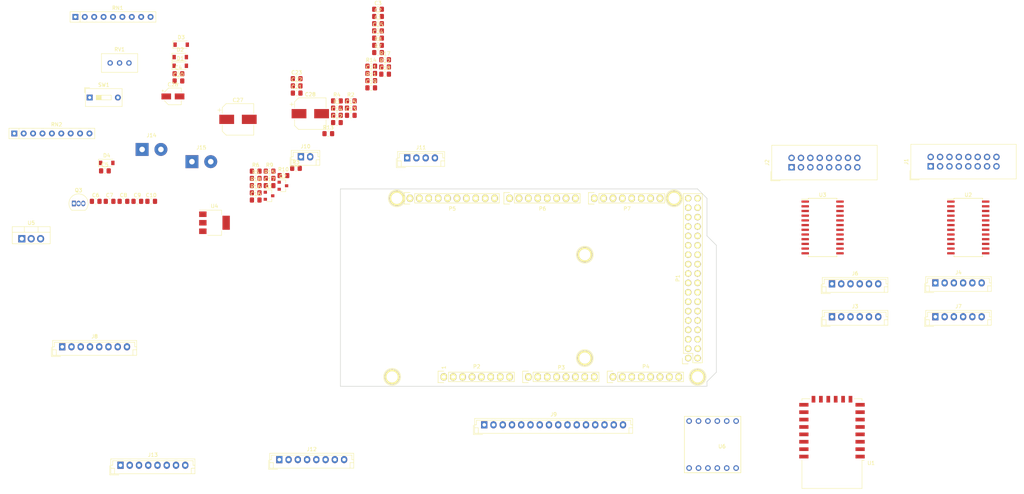
<source format=kicad_pcb>
(kicad_pcb (version 20171130) (host pcbnew "(5.0.0)")
  (title_block (date "mar. 31 mars 2015"))
  (layers (0 F.Cu signal) (31 B.Cu signal) (34 B.Paste user) (35 F.Paste user) (36 B.SilkS user) (37 F.SilkS user) (38 B.Mask user) (39 F.Mask user) (44 Edge.Cuts user))
  (net 0 "")
  (net 1 GND)
  (net 2 /Vin)
  (net 3 LV)
  (net 4 HV)
  (net 5 SW9)
  (net 6 SW10)
  (net 7 SW11)
  (net 8 SW12)
  (net 9 SW13)
  (net 10 SW14)
  (net 11 SW15)
  (net 12 SW16)
  (net 13 SET)
  (net 14 HOME)
  (net 15 SW1)
  (net 16 SW2)
  (net 17 SW3)
  (net 18 SW4)
  (net 19 SW5)
  (net 20 SW6)
  (net 21 SW7)
  (net 22 SW8)
  (net 23 BACK)
  (net 24 NEXT)
  (net 25 "Net-(C26-Pad1)")
  (net 26 "Net-(D2-Pad2)")
  (net 27 "Net-(D3-Pad2)")
  (net 28 1-R8)
  (net 29 1-R7)
  (net 30 1-R6)
  (net 31 1-R5)
  (net 32 1-R4)
  (net 33 1-R3)
  (net 34 1-R2)
  (net 35 1-R1)
  (net 36 1-C8)
  (net 37 1-C7)
  (net 38 1-C6)
  (net 39 1-C5)
  (net 40 1-C4)
  (net 41 1-C3)
  (net 42 1-C2)
  (net 43 1-C1)
  (net 44 2-C1)
  (net 45 2-C2)
  (net 46 2-C3)
  (net 47 2-C4)
  (net 48 2-C5)
  (net 49 2-C6)
  (net 50 2-C7)
  (net 51 2-C8)
  (net 52 2-R1)
  (net 53 2-R2)
  (net 54 2-R3)
  (net 55 2-R4)
  (net 56 2-R5)
  (net 57 2-R6)
  (net 58 2-R7)
  (net 59 2-R8)
  (net 60 SCK)
  (net 61 SC1)
  (net 62 DIN)
  (net 63 SC2)
  (net 64 SC3)
  (net 65 SC4)
  (net 66 RS)
  (net 67 RW)
  (net 68 EN)
  (net 69 D4)
  (net 70 D5)
  (net 71 D6)
  (net 72 D7)
  (net 73 "Net-(J9-Pad15)")
  (net 74 "Net-(J10-Pad2)")
  (net 75 SCL)
  (net 76 SDA)
  (net 77 RESET_ESP)
  (net 78 CLK_M)
  (net 79 DIN_M)
  (net 80 SC_M)
  (net 81 BUZZER)
  (net 82 RX5V)
  (net 83 TX5V)
  (net 84 TX3.3V)
  (net 85 RX3.3V)
  (net 86 "Net-(Q3-Pad3)")
  (net 87 "Net-(R1-Pad2)")
  (net 88 "Net-(R2-Pad1)")
  (net 89 "Net-(R4-Pad2)")
  (net 90 "Net-(R5-Pad2)")
  (net 91 "Net-(R6-Pad2)")
  (net 92 "Net-(R7-Pad2)")
  (net 93 "Net-(R8-Pad2)")
  (net 94 "Net-(U2-Pad24)")
  (module Socket_Arduino_Mega:Socket_Strip_Arduino_2x18 (layer F.Cu) (at 197.358 114.046 90)
    (fp_text reference P1 (at 21.59 -2.794 90) (layer F.SilkS))
    (fp_text value Digital)
    (pad 1 thru_hole circle (at 0 0 90) (size 1.7272 1.7272) (drill 1.016) (layers *.Cu *.Mask F.SilkS) (net 1 GND))
    (pad 2 thru_hole oval (at 0 2.54 90) (size 1.7272 1.7272) (drill 1.016) (layers *.Cu *.Mask F.SilkS) (net 1 GND))
    (pad 3 thru_hole oval (at 2.54 0 90) (size 1.7272 1.7272) (drill 1.016) (layers *.Cu *.Mask F.SilkS))
    (pad 4 thru_hole oval (at 2.54 2.54 90) (size 1.7272 1.7272) (drill 1.016) (layers *.Cu *.Mask F.SilkS))
    (pad 5 thru_hole oval (at 5.08 0 90) (size 1.7272 1.7272) (drill 1.016) (layers *.Cu *.Mask F.SilkS))
    (pad 6 thru_hole oval (at 5.08 2.54 90) (size 1.7272 1.7272) (drill 1.016) (layers *.Cu *.Mask F.SilkS))
    (pad 7 thru_hole oval (at 7.62 0 90) (size 1.7272 1.7272) (drill 1.016) (layers *.Cu *.Mask F.SilkS))
    (pad 8 thru_hole oval (at 7.62 2.54 90) (size 1.7272 1.7272) (drill 1.016) (layers *.Cu *.Mask F.SilkS))
    (pad 9 thru_hole oval (at 10.16 0 90) (size 1.7272 1.7272) (drill 1.016) (layers *.Cu *.Mask F.SilkS) (net 12 SW16))
    (pad 10 thru_hole oval (at 10.16 2.54 90) (size 1.7272 1.7272) (drill 1.016) (layers *.Cu *.Mask F.SilkS) (net 77 RESET_ESP))
    (pad 11 thru_hole oval (at 12.7 0 90) (size 1.7272 1.7272) (drill 1.016) (layers *.Cu *.Mask F.SilkS) (net 10 SW14))
    (pad 12 thru_hole oval (at 12.7 2.54 90) (size 1.7272 1.7272) (drill 1.016) (layers *.Cu *.Mask F.SilkS) (net 11 SW15))
    (pad 13 thru_hole oval (at 15.24 0 90) (size 1.7272 1.7272) (drill 1.016) (layers *.Cu *.Mask F.SilkS) (net 8 SW12))
    (pad 14 thru_hole oval (at 15.24 2.54 90) (size 1.7272 1.7272) (drill 1.016) (layers *.Cu *.Mask F.SilkS) (net 9 SW13))
    (pad 15 thru_hole oval (at 17.78 0 90) (size 1.7272 1.7272) (drill 1.016) (layers *.Cu *.Mask F.SilkS) (net 6 SW10))
    (pad 16 thru_hole oval (at 17.78 2.54 90) (size 1.7272 1.7272) (drill 1.016) (layers *.Cu *.Mask F.SilkS) (net 7 SW11))
    (pad 17 thru_hole oval (at 20.32 0 90) (size 1.7272 1.7272) (drill 1.016) (layers *.Cu *.Mask F.SilkS) (net 22 SW8))
    (pad 18 thru_hole oval (at 20.32 2.54 90) (size 1.7272 1.7272) (drill 1.016) (layers *.Cu *.Mask F.SilkS) (net 5 SW9))
    (pad 19 thru_hole oval (at 22.86 0 90) (size 1.7272 1.7272) (drill 1.016) (layers *.Cu *.Mask F.SilkS) (net 20 SW6))
    (pad 20 thru_hole oval (at 22.86 2.54 90) (size 1.7272 1.7272) (drill 1.016) (layers *.Cu *.Mask F.SilkS) (net 21 SW7))
    (pad 21 thru_hole oval (at 25.4 0 90) (size 1.7272 1.7272) (drill 1.016) (layers *.Cu *.Mask F.SilkS) (net 18 SW4))
    (pad 22 thru_hole oval (at 25.4 2.54 90) (size 1.7272 1.7272) (drill 1.016) (layers *.Cu *.Mask F.SilkS) (net 19 SW5))
    (pad 23 thru_hole oval (at 27.94 0 90) (size 1.7272 1.7272) (drill 1.016) (layers *.Cu *.Mask F.SilkS) (net 16 SW2))
    (pad 24 thru_hole oval (at 27.94 2.54 90) (size 1.7272 1.7272) (drill 1.016) (layers *.Cu *.Mask F.SilkS) (net 17 SW3))
    (pad 25 thru_hole oval (at 30.48 0 90) (size 1.7272 1.7272) (drill 1.016) (layers *.Cu *.Mask F.SilkS) (net 65 SC4))
    (pad 26 thru_hole oval (at 30.48 2.54 90) (size 1.7272 1.7272) (drill 1.016) (layers *.Cu *.Mask F.SilkS) (net 15 SW1))
    (pad 27 thru_hole oval (at 33.02 0 90) (size 1.7272 1.7272) (drill 1.016) (layers *.Cu *.Mask F.SilkS) (net 63 SC2))
    (pad 28 thru_hole oval (at 33.02 2.54 90) (size 1.7272 1.7272) (drill 1.016) (layers *.Cu *.Mask F.SilkS) (net 64 SC3))
    (pad 29 thru_hole oval (at 35.56 0 90) (size 1.7272 1.7272) (drill 1.016) (layers *.Cu *.Mask F.SilkS) (net 60 SCK))
    (pad 30 thru_hole oval (at 35.56 2.54 90) (size 1.7272 1.7272) (drill 1.016) (layers *.Cu *.Mask F.SilkS) (net 61 SC1))
    (pad 31 thru_hole oval (at 38.1 0 90) (size 1.7272 1.7272) (drill 1.016) (layers *.Cu *.Mask F.SilkS) (net 78 CLK_M))
    (pad 32 thru_hole oval (at 38.1 2.54 90) (size 1.7272 1.7272) (drill 1.016) (layers *.Cu *.Mask F.SilkS) (net 62 DIN))
    (pad 33 thru_hole oval (at 40.64 0 90) (size 1.7272 1.7272) (drill 1.016) (layers *.Cu *.Mask F.SilkS) (net 79 DIN_M))
    (pad 34 thru_hole oval (at 40.64 2.54 90) (size 1.7272 1.7272) (drill 1.016) (layers *.Cu *.Mask F.SilkS) (net 80 SC_M))
    (pad 35 thru_hole oval (at 43.18 0 90) (size 1.7272 1.7272) (drill 1.016) (layers *.Cu *.Mask F.SilkS) (net 4 HV))
    (pad 36 thru_hole oval (at 43.18 2.54 90) (size 1.7272 1.7272) (drill 1.016) (layers *.Cu *.Mask F.SilkS) (net 4 HV))
  )
  (module Socket_Arduino_Mega:Socket_Strip_Arduino_1x08 (layer F.Cu) (at 131.318 119.126)
    (fp_text reference P2 (at 8.89 -2.794) (layer F.SilkS))
    (fp_text value Power)
    (pad 1 thru_hole oval (at 0 0) (size 1.7272 2.032) (drill 1.016) (layers *.Cu *.Mask F.SilkS))
    (pad 2 thru_hole oval (at 2.54 0) (size 1.7272 2.032) (drill 1.016) (layers *.Cu *.Mask F.SilkS))
    (pad 3 thru_hole oval (at 5.08 0) (size 1.7272 2.032) (drill 1.016) (layers *.Cu *.Mask F.SilkS))
    (pad 4 thru_hole oval (at 7.62 0) (size 1.7272 2.032) (drill 1.016) (layers *.Cu *.Mask F.SilkS) (net 3 LV))
    (pad 5 thru_hole oval (at 10.16 0) (size 1.7272 2.032) (drill 1.016) (layers *.Cu *.Mask F.SilkS) (net 4 HV))
    (pad 6 thru_hole oval (at 12.7 0) (size 1.7272 2.032) (drill 1.016) (layers *.Cu *.Mask F.SilkS) (net 1 GND))
    (pad 7 thru_hole oval (at 15.24 0) (size 1.7272 2.032) (drill 1.016) (layers *.Cu *.Mask F.SilkS) (net 1 GND))
    (pad 8 thru_hole oval (at 17.78 0) (size 1.7272 2.032) (drill 1.016) (layers *.Cu *.Mask F.SilkS) (net 2 /Vin))
  )
  (module Socket_Arduino_Mega:Socket_Strip_Arduino_1x08 (layer F.Cu) (at 154.178 119.126)
    (fp_text reference P3 (at 8.89 -2.54) (layer F.SilkS))
    (fp_text value Analog)
    (pad 1 thru_hole oval (at 0 0) (size 1.7272 2.032) (drill 1.016) (layers *.Cu *.Mask F.SilkS) (net 66 RS))
    (pad 2 thru_hole oval (at 2.54 0) (size 1.7272 2.032) (drill 1.016) (layers *.Cu *.Mask F.SilkS) (net 67 RW))
    (pad 3 thru_hole oval (at 5.08 0) (size 1.7272 2.032) (drill 1.016) (layers *.Cu *.Mask F.SilkS) (net 68 EN))
    (pad 4 thru_hole oval (at 7.62 0) (size 1.7272 2.032) (drill 1.016) (layers *.Cu *.Mask F.SilkS) (net 69 D4))
    (pad 5 thru_hole oval (at 10.16 0) (size 1.7272 2.032) (drill 1.016) (layers *.Cu *.Mask F.SilkS) (net 70 D5))
    (pad 6 thru_hole oval (at 12.7 0) (size 1.7272 2.032) (drill 1.016) (layers *.Cu *.Mask F.SilkS) (net 71 D6))
    (pad 7 thru_hole oval (at 15.24 0) (size 1.7272 2.032) (drill 1.016) (layers *.Cu *.Mask F.SilkS) (net 72 D7))
    (pad 8 thru_hole oval (at 17.78 0) (size 1.7272 2.032) (drill 1.016) (layers *.Cu *.Mask F.SilkS))
  )
  (module Socket_Arduino_Mega:Socket_Strip_Arduino_1x08 (layer F.Cu) (at 177.038 119.126)
    (fp_text reference P4 (at 8.89 -2.794) (layer F.SilkS))
    (fp_text value Analog)
    (pad 1 thru_hole oval (at 0 0) (size 1.7272 2.032) (drill 1.016) (layers *.Cu *.Mask F.SilkS))
    (pad 2 thru_hole oval (at 2.54 0) (size 1.7272 2.032) (drill 1.016) (layers *.Cu *.Mask F.SilkS))
    (pad 3 thru_hole oval (at 5.08 0) (size 1.7272 2.032) (drill 1.016) (layers *.Cu *.Mask F.SilkS))
    (pad 4 thru_hole oval (at 7.62 0) (size 1.7272 2.032) (drill 1.016) (layers *.Cu *.Mask F.SilkS))
    (pad 5 thru_hole oval (at 10.16 0) (size 1.7272 2.032) (drill 1.016) (layers *.Cu *.Mask F.SilkS))
    (pad 6 thru_hole oval (at 12.7 0) (size 1.7272 2.032) (drill 1.016) (layers *.Cu *.Mask F.SilkS))
    (pad 7 thru_hole oval (at 15.24 0) (size 1.7272 2.032) (drill 1.016) (layers *.Cu *.Mask F.SilkS))
    (pad 8 thru_hole oval (at 17.78 0) (size 1.7272 2.032) (drill 1.016) (layers *.Cu *.Mask F.SilkS))
  )
  (module Socket_Arduino_Mega:Socket_Strip_Arduino_1x10 (layer F.Cu) (at 122.174 70.866)
    (fp_text reference P5 (at 11.43 2.794) (layer F.SilkS))
    (fp_text value PWM)
    (pad 1 thru_hole oval (at 0 0) (size 1.7272 2.032) (drill 1.016) (layers *.Cu *.Mask F.SilkS) (net 75 SCL))
    (pad 2 thru_hole oval (at 2.54 0) (size 1.7272 2.032) (drill 1.016) (layers *.Cu *.Mask F.SilkS) (net 76 SDA))
    (pad 3 thru_hole oval (at 5.08 0) (size 1.7272 2.032) (drill 1.016) (layers *.Cu *.Mask F.SilkS))
    (pad 4 thru_hole oval (at 7.62 0) (size 1.7272 2.032) (drill 1.016) (layers *.Cu *.Mask F.SilkS) (net 1 GND))
    (pad 5 thru_hole oval (at 10.16 0) (size 1.7272 2.032) (drill 1.016) (layers *.Cu *.Mask F.SilkS))
    (pad 6 thru_hole oval (at 12.7 0) (size 1.7272 2.032) (drill 1.016) (layers *.Cu *.Mask F.SilkS))
    (pad 7 thru_hole oval (at 15.24 0) (size 1.7272 2.032) (drill 1.016) (layers *.Cu *.Mask F.SilkS))
    (pad 8 thru_hole oval (at 17.78 0) (size 1.7272 2.032) (drill 1.016) (layers *.Cu *.Mask F.SilkS))
    (pad 9 thru_hole oval (at 20.32 0) (size 1.7272 2.032) (drill 1.016) (layers *.Cu *.Mask F.SilkS))
    (pad 10 thru_hole oval (at 22.86 0) (size 1.7272 2.032) (drill 1.016) (layers *.Cu *.Mask F.SilkS))
  )
  (module Socket_Arduino_Mega:Socket_Strip_Arduino_1x08 (layer F.Cu) (at 149.098 70.866)
    (fp_text reference P6 (at 8.89 2.794) (layer F.SilkS))
    (fp_text value PWM)
    (pad 1 thru_hole oval (at 0 0) (size 1.7272 2.032) (drill 1.016) (layers *.Cu *.Mask F.SilkS))
    (pad 2 thru_hole oval (at 2.54 0) (size 1.7272 2.032) (drill 1.016) (layers *.Cu *.Mask F.SilkS) (net 13 SET))
    (pad 3 thru_hole oval (at 5.08 0) (size 1.7272 2.032) (drill 1.016) (layers *.Cu *.Mask F.SilkS) (net 14 HOME))
    (pad 4 thru_hole oval (at 7.62 0) (size 1.7272 2.032) (drill 1.016) (layers *.Cu *.Mask F.SilkS) (net 23 BACK))
    (pad 5 thru_hole oval (at 10.16 0) (size 1.7272 2.032) (drill 1.016) (layers *.Cu *.Mask F.SilkS) (net 24 NEXT))
    (pad 6 thru_hole oval (at 12.7 0) (size 1.7272 2.032) (drill 1.016) (layers *.Cu *.Mask F.SilkS) (net 81 BUZZER))
    (pad 7 thru_hole oval (at 15.24 0) (size 1.7272 2.032) (drill 1.016) (layers *.Cu *.Mask F.SilkS))
    (pad 8 thru_hole oval (at 17.78 0) (size 1.7272 2.032) (drill 1.016) (layers *.Cu *.Mask F.SilkS))
  )
  (module Socket_Arduino_Mega:Socket_Strip_Arduino_1x08 (layer F.Cu) (at 171.958 70.866)
    (fp_text reference P7 (at 8.89 2.794) (layer F.SilkS))
    (fp_text value Communication)
    (pad 1 thru_hole oval (at 0 0) (size 1.7272 2.032) (drill 1.016) (layers *.Cu *.Mask F.SilkS))
    (pad 2 thru_hole oval (at 2.54 0) (size 1.7272 2.032) (drill 1.016) (layers *.Cu *.Mask F.SilkS))
    (pad 3 thru_hole oval (at 5.08 0) (size 1.7272 2.032) (drill 1.016) (layers *.Cu *.Mask F.SilkS))
    (pad 4 thru_hole oval (at 7.62 0) (size 1.7272 2.032) (drill 1.016) (layers *.Cu *.Mask F.SilkS))
    (pad 5 thru_hole oval (at 10.16 0) (size 1.7272 2.032) (drill 1.016) (layers *.Cu *.Mask F.SilkS) (net 82 RX5V))
    (pad 6 thru_hole oval (at 12.7 0) (size 1.7272 2.032) (drill 1.016) (layers *.Cu *.Mask F.SilkS) (net 83 TX5V))
    (pad 7 thru_hole oval (at 15.24 0) (size 1.7272 2.032) (drill 1.016) (layers *.Cu *.Mask F.SilkS))
    (pad 8 thru_hole oval (at 17.78 0) (size 1.7272 2.032) (drill 1.016) (layers *.Cu *.Mask F.SilkS))
  )
  (module Socket_Arduino_Mega:Arduino_1pin (layer F.Cu) (at 117.348 119.126)
    (fp_text reference P8 hide)
    (fp_text value CONN_01X01 hide)
    (pad 1 thru_hole circle (at 0 0) (size 4.064 4.064) (drill 3.048) (layers *.Cu *.Mask F.SilkS))
  )
  (module Socket_Arduino_Mega:Arduino_1pin (layer F.Cu) (at 169.418 114.046)
    (fp_text reference P9 hide)
    (fp_text value CONN_01X01 hide)
    (pad 1 thru_hole circle (at 0 0) (size 4.064 4.064) (drill 3.048) (layers *.Cu *.Mask F.SilkS))
  )
  (module Socket_Arduino_Mega:Arduino_1pin (layer F.Cu) (at 199.898 119.126)
    (fp_text reference P10 hide)
    (fp_text value CONN_01X01 hide)
    (pad 1 thru_hole circle (at 0 0) (size 4.064 4.064) (drill 3.048) (layers *.Cu *.Mask F.SilkS))
  )
  (module Socket_Arduino_Mega:Arduino_1pin (layer F.Cu) (at 118.618 70.866)
    (fp_text reference P11 hide)
    (fp_text value CONN_01X01 hide)
    (pad 1 thru_hole circle (at 0 0) (size 4.064 4.064) (drill 3.048) (layers *.Cu *.Mask F.SilkS))
  )
  (module Socket_Arduino_Mega:Arduino_1pin (layer F.Cu) (at 169.418 86.106)
    (fp_text reference P12 hide)
    (fp_text value CONN_01X01 hide)
    (pad 1 thru_hole circle (at 0 0) (size 4.064 4.064) (drill 3.048) (layers *.Cu *.Mask F.SilkS))
  )
  (module Socket_Arduino_Mega:Arduino_1pin (layer F.Cu) (at 193.548 70.866)
    (fp_text reference P13 hide)
    (fp_text value CONN_01X01 hide)
    (pad 1 thru_hole circle (at 0 0) (size 4.064 4.064) (drill 3.048) (layers *.Cu *.Mask F.SilkS))
  )
  (module RF_Module:ESP-12E (layer F.Cu) (at 236.22 137.16 180)
    (fp_text reference U1 (at -10.56 -5.26 180) (layer F.SilkS))
    (fp_text value ESP-12F)
    (pad 1 smd rect (at -7.6 -3.5 180) (size 2.5 1) (layers F.Cu F.Paste F.Mask) (net 87 "Net-(R1-Pad2)"))
    (pad 2 smd rect (at -7.6 -1.5 180) (size 2.5 1) (layers F.Cu F.Paste F.Mask))
    (pad 3 smd rect (at -7.6 0.5 180) (size 2.5 1) (layers F.Cu F.Paste F.Mask) (net 88 "Net-(R2-Pad1)"))
    (pad 4 smd rect (at -7.6 2.5 180) (size 2.5 1) (layers F.Cu F.Paste F.Mask))
    (pad 5 smd rect (at -7.6 4.5 180) (size 2.5 1) (layers F.Cu F.Paste F.Mask))
    (pad 6 smd rect (at -7.6 6.5 180) (size 2.5 1) (layers F.Cu F.Paste F.Mask))
    (pad 7 smd rect (at -7.6 8.5 180) (size 2.5 1) (layers F.Cu F.Paste F.Mask))
    (pad 8 smd rect (at -7.6 10.5 180) (size 2.5 1) (layers F.Cu F.Paste F.Mask) (net 3 LV))
    (pad 9 smd rect (at -5 12 180) (size 1 1.8) (layers F.Cu F.Paste F.Mask))
    (pad 10 smd rect (at -3 12 180) (size 1 1.8) (layers F.Cu F.Paste F.Mask))
    (pad 11 smd rect (at -1 12 180) (size 1 1.8) (layers F.Cu F.Paste F.Mask))
    (pad 12 smd rect (at 1 12 180) (size 1 1.8) (layers F.Cu F.Paste F.Mask))
    (pad 13 smd rect (at 3 12 180) (size 1 1.8) (layers F.Cu F.Paste F.Mask))
    (pad 14 smd rect (at 5 12 180) (size 1 1.8) (layers F.Cu F.Paste F.Mask))
    (pad 15 smd rect (at 7.6 10.5 180) (size 2.5 1) (layers F.Cu F.Paste F.Mask) (net 1 GND))
    (pad 16 smd rect (at 7.6 8.5 180) (size 2.5 1) (layers F.Cu F.Paste F.Mask) (net 90 "Net-(R5-Pad2)"))
    (pad 17 smd rect (at 7.6 6.5 180) (size 2.5 1) (layers F.Cu F.Paste F.Mask) (net 92 "Net-(R7-Pad2)"))
    (pad 18 smd rect (at 7.6 4.5 180) (size 2.5 1) (layers F.Cu F.Paste F.Mask) (net 91 "Net-(R6-Pad2)"))
    (pad 19 smd rect (at 7.6 2.5 180) (size 2.5 1) (layers F.Cu F.Paste F.Mask))
    (pad 20 smd rect (at 7.6 0.5 180) (size 2.5 1) (layers F.Cu F.Paste F.Mask))
    (pad 21 smd rect (at 7.6 -1.5 180) (size 2.5 1) (layers F.Cu F.Paste F.Mask) (net 85 RX3.3V))
    (pad 22 smd rect (at 7.6 -3.5 180) (size 2.5 1) (layers F.Cu F.Paste F.Mask) (net 84 TX3.3V))
  )
  (module Capacitor_SMD:C_0805_2012Metric_Pad1.15x1.40mm_HandSolder (layer F.Cu) (at 113.539001 23.671001)
    (fp_text reference C1 (at 0 -1.65) (layer F.SilkS))
    (fp_text value 100n)
    (pad 1 smd roundrect (at -1.025 0) (size 1.15 1.4) (layers F.Cu F.Paste F.Mask) (roundrect_rratio 0.217391) (net 1 GND))
    (pad 2 smd roundrect (at 1.025 0) (size 1.15 1.4) (layers F.Cu F.Paste F.Mask) (roundrect_rratio 0.217391) (net 3 LV))
  )
  (module Capacitor_SMD:C_0805_2012Metric_Pad1.15x1.40mm_HandSolder (layer F.Cu) (at 113.539001 21.721001)
    (fp_text reference C2 (at 0 -1.65) (layer F.SilkS))
    (fp_text value 100n)
    (pad 1 smd roundrect (at -1.025 0) (size 1.15 1.4) (layers F.Cu F.Paste F.Mask) (roundrect_rratio 0.217391) (net 3 LV))
    (pad 2 smd roundrect (at 1.025 0) (size 1.15 1.4) (layers F.Cu F.Paste F.Mask) (roundrect_rratio 0.217391) (net 1 GND))
  )
  (module Capacitor_SMD:C_0805_2012Metric_Pad1.15x1.40mm_HandSolder (layer F.Cu) (at 113.539001 19.771001)
    (fp_text reference C3 (at 0 -1.65) (layer F.SilkS))
    (fp_text value 100n)
    (pad 2 smd roundrect (at 1.025 0) (size 1.15 1.4) (layers F.Cu F.Paste F.Mask) (roundrect_rratio 0.217391) (net 4 HV))
    (pad 1 smd roundrect (at -1.025 0) (size 1.15 1.4) (layers F.Cu F.Paste F.Mask) (roundrect_rratio 0.217391) (net 1 GND))
  )
  (module Capacitor_SMD:C_0805_2012Metric_Pad1.15x1.40mm_HandSolder (layer F.Cu) (at 59.599001 37.201001)
    (fp_text reference C4 (at 0 -1.65) (layer F.SilkS))
    (fp_text value 100n)
    (pad 1 smd roundrect (at -1.025 0) (size 1.15 1.4) (layers F.Cu F.Paste F.Mask) (roundrect_rratio 0.217391) (net 1 GND))
    (pad 2 smd roundrect (at 1.025 0) (size 1.15 1.4) (layers F.Cu F.Paste F.Mask) (roundrect_rratio 0.217391) (net 4 HV))
  )
  (module Capacitor_SMD:C_0805_2012Metric_Pad1.15x1.40mm_HandSolder (layer F.Cu) (at 39.729001 63.451001)
    (fp_text reference C5 (at 0 -1.65) (layer F.SilkS))
    (fp_text value 100n)
    (pad 1 smd roundrect (at -1.025 0) (size 1.15 1.4) (layers F.Cu F.Paste F.Mask) (roundrect_rratio 0.217391) (net 5 SW9))
    (pad 2 smd roundrect (at 1.025 0) (size 1.15 1.4) (layers F.Cu F.Paste F.Mask) (roundrect_rratio 0.217391) (net 1 GND))
  )
  (module Capacitor_SMD:C_0805_2012Metric_Pad1.15x1.40mm_HandSolder (layer F.Cu) (at 37.239001 71.681001)
    (fp_text reference C6 (at 0 -1.65) (layer F.SilkS))
    (fp_text value 100n)
    (pad 1 smd roundrect (at -1.025 0) (size 1.15 1.4) (layers F.Cu F.Paste F.Mask) (roundrect_rratio 0.217391) (net 6 SW10))
    (pad 2 smd roundrect (at 1.025 0) (size 1.15 1.4) (layers F.Cu F.Paste F.Mask) (roundrect_rratio 0.217391) (net 1 GND))
  )
  (module Capacitor_SMD:C_0805_2012Metric_Pad1.15x1.40mm_HandSolder (layer F.Cu) (at 40.989001 71.681001)
    (fp_text reference C7 (at 0 -1.65) (layer F.SilkS))
    (fp_text value 100n)
    (pad 2 smd roundrect (at 1.025 0) (size 1.15 1.4) (layers F.Cu F.Paste F.Mask) (roundrect_rratio 0.217391) (net 1 GND))
    (pad 1 smd roundrect (at -1.025 0) (size 1.15 1.4) (layers F.Cu F.Paste F.Mask) (roundrect_rratio 0.217391) (net 7 SW11))
  )
  (module Capacitor_SMD:C_0805_2012Metric_Pad1.15x1.40mm_HandSolder (layer F.Cu) (at 44.739001 71.681001)
    (fp_text reference C8 (at 0 -1.65) (layer F.SilkS))
    (fp_text value 100n)
    (pad 1 smd roundrect (at -1.025 0) (size 1.15 1.4) (layers F.Cu F.Paste F.Mask) (roundrect_rratio 0.217391) (net 8 SW12))
    (pad 2 smd roundrect (at 1.025 0) (size 1.15 1.4) (layers F.Cu F.Paste F.Mask) (roundrect_rratio 0.217391) (net 1 GND))
  )
  (module Capacitor_SMD:C_0805_2012Metric_Pad1.15x1.40mm_HandSolder (layer F.Cu) (at 48.489001 71.681001)
    (fp_text reference C9 (at 0 -1.65) (layer F.SilkS))
    (fp_text value 100n)
    (pad 2 smd roundrect (at 1.025 0) (size 1.15 1.4) (layers F.Cu F.Paste F.Mask) (roundrect_rratio 0.217391) (net 1 GND))
    (pad 1 smd roundrect (at -1.025 0) (size 1.15 1.4) (layers F.Cu F.Paste F.Mask) (roundrect_rratio 0.217391) (net 9 SW13))
  )
  (module Capacitor_SMD:C_0805_2012Metric_Pad1.15x1.40mm_HandSolder (layer F.Cu) (at 52.239001 71.681001)
    (fp_text reference C10 (at 0 -1.65) (layer F.SilkS))
    (fp_text value 100n)
    (pad 1 smd roundrect (at -1.025 0) (size 1.15 1.4) (layers F.Cu F.Paste F.Mask) (roundrect_rratio 0.217391) (net 10 SW14))
    (pad 2 smd roundrect (at 1.025 0) (size 1.15 1.4) (layers F.Cu F.Paste F.Mask) (roundrect_rratio 0.217391) (net 1 GND))
  )
  (module Capacitor_SMD:C_0805_2012Metric_Pad1.15x1.40mm_HandSolder (layer F.Cu) (at 111.699001 37.111001)
    (fp_text reference C11 (at 0 -1.65) (layer F.SilkS))
    (fp_text value 100n)
    (pad 2 smd roundrect (at 1.025 0) (size 1.15 1.4) (layers F.Cu F.Paste F.Mask) (roundrect_rratio 0.217391) (net 1 GND))
    (pad 1 smd roundrect (at -1.025 0) (size 1.15 1.4) (layers F.Cu F.Paste F.Mask) (roundrect_rratio 0.217391) (net 11 SW15))
  )
  (module Capacitor_SMD:C_0805_2012Metric_Pad1.15x1.40mm_HandSolder (layer F.Cu) (at 102.429001 50.391001)
    (fp_text reference C12 (at 0 -1.65) (layer F.SilkS))
    (fp_text value 100n)
    (pad 1 smd roundrect (at -1.025 0) (size 1.15 1.4) (layers F.Cu F.Paste F.Mask) (roundrect_rratio 0.217391) (net 12 SW16))
    (pad 2 smd roundrect (at 1.025 0) (size 1.15 1.4) (layers F.Cu F.Paste F.Mask) (roundrect_rratio 0.217391) (net 1 GND))
  )
  (module Capacitor_SMD:C_0805_2012Metric_Pad1.15x1.40mm_HandSolder (layer F.Cu) (at 106.179001 48.441001)
    (fp_text reference C13 (at 0 -1.65) (layer F.SilkS))
    (fp_text value 100n)
    (pad 2 smd roundrect (at 1.025 0) (size 1.15 1.4) (layers F.Cu F.Paste F.Mask) (roundrect_rratio 0.217391) (net 1 GND))
    (pad 1 smd roundrect (at -1.025 0) (size 1.15 1.4) (layers F.Cu F.Paste F.Mask) (roundrect_rratio 0.217391) (net 13 SET))
  )
  (module Capacitor_SMD:C_0805_2012Metric_Pad1.15x1.40mm_HandSolder (layer F.Cu) (at 102.429001 48.441001)
    (fp_text reference C14 (at 0 -1.65) (layer F.SilkS))
    (fp_text value 100n)
    (pad 1 smd roundrect (at -1.025 0) (size 1.15 1.4) (layers F.Cu F.Paste F.Mask) (roundrect_rratio 0.217391) (net 14 HOME))
    (pad 2 smd roundrect (at 1.025 0) (size 1.15 1.4) (layers F.Cu F.Paste F.Mask) (roundrect_rratio 0.217391) (net 1 GND))
  )
  (module Capacitor_SMD:C_0805_2012Metric_Pad1.15x1.40mm_HandSolder (layer F.Cu) (at 106.179001 46.491001)
    (fp_text reference C15 (at 0 -1.65) (layer F.SilkS))
    (fp_text value 100n)
    (pad 2 smd roundrect (at 1.025 0) (size 1.15 1.4) (layers F.Cu F.Paste F.Mask) (roundrect_rratio 0.217391) (net 1 GND))
    (pad 1 smd roundrect (at -1.025 0) (size 1.15 1.4) (layers F.Cu F.Paste F.Mask) (roundrect_rratio 0.217391) (net 15 SW1))
  )
  (module Capacitor_SMD:C_0805_2012Metric_Pad1.15x1.40mm_HandSolder (layer F.Cu) (at 80.479001 71.331001)
    (fp_text reference C16 (at 0 -1.65) (layer F.SilkS))
    (fp_text value 100n)
    (pad 1 smd roundrect (at -1.025 0) (size 1.15 1.4) (layers F.Cu F.Paste F.Mask) (roundrect_rratio 0.217391) (net 16 SW2))
    (pad 2 smd roundrect (at 1.025 0) (size 1.15 1.4) (layers F.Cu F.Paste F.Mask) (roundrect_rratio 0.217391) (net 1 GND))
  )
  (module Capacitor_SMD:C_0805_2012Metric_Pad1.15x1.40mm_HandSolder (layer F.Cu) (at 84.229001 67.431001)
    (fp_text reference C17 (at 0 -1.65) (layer F.SilkS))
    (fp_text value 100n)
    (pad 2 smd roundrect (at 1.025 0) (size 1.15 1.4) (layers F.Cu F.Paste F.Mask) (roundrect_rratio 0.217391) (net 1 GND))
    (pad 1 smd roundrect (at -1.025 0) (size 1.15 1.4) (layers F.Cu F.Paste F.Mask) (roundrect_rratio 0.217391) (net 17 SW3))
  )
  (module Capacitor_SMD:C_0805_2012Metric_Pad1.15x1.40mm_HandSolder (layer F.Cu) (at 115.449001 37.321001)
    (fp_text reference C18 (at 0 -1.65) (layer F.SilkS))
    (fp_text value 100n)
    (pad 2 smd roundrect (at 1.025 0) (size 1.15 1.4) (layers F.Cu F.Paste F.Mask) (roundrect_rratio 0.217391) (net 1 GND))
    (pad 1 smd roundrect (at -1.025 0) (size 1.15 1.4) (layers F.Cu F.Paste F.Mask) (roundrect_rratio 0.217391) (net 18 SW4))
  )
  (module Capacitor_SMD:C_0805_2012Metric_Pad1.15x1.40mm_HandSolder (layer F.Cu) (at 111.699001 41.011001)
    (fp_text reference C19 (at 0 -1.65) (layer F.SilkS))
    (fp_text value 100n)
    (pad 1 smd roundrect (at -1.025 0) (size 1.15 1.4) (layers F.Cu F.Paste F.Mask) (roundrect_rratio 0.217391) (net 19 SW5))
    (pad 2 smd roundrect (at 1.025 0) (size 1.15 1.4) (layers F.Cu F.Paste F.Mask) (roundrect_rratio 0.217391) (net 1 GND))
  )
  (module Capacitor_SMD:C_0805_2012Metric_Pad1.15x1.40mm_HandSolder (layer F.Cu) (at 59.599001 39.151001)
    (fp_text reference C20 (at 0 -1.65) (layer F.SilkS))
    (fp_text value 100n)
    (pad 2 smd roundrect (at 1.025 0) (size 1.15 1.4) (layers F.Cu F.Paste F.Mask) (roundrect_rratio 0.217391) (net 1 GND))
    (pad 1 smd roundrect (at -1.025 0) (size 1.15 1.4) (layers F.Cu F.Paste F.Mask) (roundrect_rratio 0.217391) (net 20 SW6))
  )
  (module Capacitor_SMD:C_0805_2012Metric_Pad1.15x1.40mm_HandSolder (layer F.Cu) (at 91.549001 42.431001)
    (fp_text reference C21 (at 0 -1.65) (layer F.SilkS))
    (fp_text value 100n)
    (pad 1 smd roundrect (at -1.025 0) (size 1.15 1.4) (layers F.Cu F.Paste F.Mask) (roundrect_rratio 0.217391) (net 21 SW7))
    (pad 2 smd roundrect (at 1.025 0) (size 1.15 1.4) (layers F.Cu F.Paste F.Mask) (roundrect_rratio 0.217391) (net 1 GND))
  )
  (module Capacitor_SMD:C_0805_2012Metric_Pad1.15x1.40mm_HandSolder (layer F.Cu) (at 91.549001 40.481001)
    (fp_text reference C22 (at 0 -1.65) (layer F.SilkS))
    (fp_text value 100n)
    (pad 2 smd roundrect (at 1.025 0) (size 1.15 1.4) (layers F.Cu F.Paste F.Mask) (roundrect_rratio 0.217391) (net 1 GND))
    (pad 1 smd roundrect (at -1.025 0) (size 1.15 1.4) (layers F.Cu F.Paste F.Mask) (roundrect_rratio 0.217391) (net 22 SW8))
  )
  (module Capacitor_SMD:C_0805_2012Metric_Pad1.15x1.40mm_HandSolder (layer F.Cu) (at 91.549001 38.531001)
    (fp_text reference C23 (at 0 -1.65) (layer F.SilkS))
    (fp_text value 100n)
    (pad 1 smd roundrect (at -1.025 0) (size 1.15 1.4) (layers F.Cu F.Paste F.Mask) (roundrect_rratio 0.217391) (net 23 BACK))
    (pad 2 smd roundrect (at 1.025 0) (size 1.15 1.4) (layers F.Cu F.Paste F.Mask) (roundrect_rratio 0.217391) (net 1 GND))
  )
  (module Capacitor_SMD:C_0805_2012Metric_Pad1.15x1.40mm_HandSolder (layer F.Cu) (at 113.539001 27.571001)
    (fp_text reference C24 (at 0 -1.65) (layer F.SilkS))
    (fp_text value 100n)
    (pad 2 smd roundrect (at 1.025 0) (size 1.15 1.4) (layers F.Cu F.Paste F.Mask) (roundrect_rratio 0.217391) (net 1 GND))
    (pad 1 smd roundrect (at -1.025 0) (size 1.15 1.4) (layers F.Cu F.Paste F.Mask) (roundrect_rratio 0.217391) (net 24 NEXT))
  )
  (module Capacitor_SMD:C_0805_2012Metric_Pad1.15x1.40mm_HandSolder (layer F.Cu) (at 113.539001 25.621001)
    (fp_text reference C25 (at 0 -1.65) (layer F.SilkS))
    (fp_text value 10u)
    (pad 2 smd roundrect (at 1.025 0) (size 1.15 1.4) (layers F.Cu F.Paste F.Mask) (roundrect_rratio 0.217391) (net 1 GND))
    (pad 1 smd roundrect (at -1.025 0) (size 1.15 1.4) (layers F.Cu F.Paste F.Mask) (roundrect_rratio 0.217391) (net 4 HV))
  )
  (module Capacitor_SMD:CP_Elec_4x5.4 (layer F.Cu) (at 58.109001 43.331001)
    (fp_text reference C26 (at 0 -3.2) (layer F.SilkS))
    (fp_text value 10u)
    (pad 1 smd rect (at -1.8 0) (size 2.6 1.6) (layers F.Cu F.Paste F.Mask) (net 25 "Net-(C26-Pad1)"))
    (pad 2 smd rect (at 1.8 0) (size 2.6 1.6) (layers F.Cu F.Paste F.Mask) (net 1 GND))
  )
  (module Capacitor_SMD:CP_Elec_8x6.5 (layer F.Cu) (at 75.692 49.53)
    (fp_text reference C27 (at 0 -5.2) (layer F.SilkS))
    (fp_text value 100u)
    (pad 2 smd rect (at 3.05 0) (size 4 2.5) (layers F.Cu F.Paste F.Mask) (net 1 GND))
    (pad 1 smd rect (at -3.05 0) (size 4 2.5) (layers F.Cu F.Paste F.Mask) (net 3 LV))
  )
  (module Capacitor_SMD:CP_Elec_8x6.5 (layer F.Cu) (at 95.234001 47.991001)
    (fp_text reference C28 (at 0 -5.2) (layer F.SilkS))
    (fp_text value 100u)
    (pad 1 smd rect (at -3.05 0) (size 4 2.5) (layers F.Cu F.Paste F.Mask) (net 4 HV))
    (pad 2 smd rect (at 3.05 0) (size 4 2.5) (layers F.Cu F.Paste F.Mask) (net 1 GND))
  )
  (module Diode_SMD:D_SOD-123 (layer F.Cu) (at 60.099001 35.051001)
    (fp_text reference D1 (at 0 -2) (layer F.SilkS))
    (fp_text value D)
    (pad 2 smd rect (at 1.65 0) (size 0.9 1.2) (layers F.Cu F.Paste F.Mask) (net 4 HV))
    (pad 1 smd rect (at -1.65 0) (size 0.9 1.2) (layers F.Cu F.Paste F.Mask) (net 2 /Vin))
  )
  (module Diode_SMD:D_SOD-123 (layer F.Cu) (at 60.099001 32.701001)
    (fp_text reference D2 (at 0 -2) (layer F.SilkS))
    (fp_text value D)
    (pad 1 smd rect (at -1.65 0) (size 0.9 1.2) (layers F.Cu F.Paste F.Mask) (net 4 HV))
    (pad 2 smd rect (at 1.65 0) (size 0.9 1.2) (layers F.Cu F.Paste F.Mask) (net 26 "Net-(D2-Pad2)"))
  )
  (module Diode_SMD:D_SOD-123 (layer F.Cu) (at 60.349001 29.351001)
    (fp_text reference D3 (at 0 -2) (layer F.SilkS))
    (fp_text value D)
    (pad 2 smd rect (at 1.65 0) (size 0.9 1.2) (layers F.Cu F.Paste F.Mask) (net 27 "Net-(D3-Pad2)"))
    (pad 1 smd rect (at -1.65 0) (size 0.9 1.2) (layers F.Cu F.Paste F.Mask) (net 25 "Net-(C26-Pad1)"))
  )
  (module Diode_SMD:D_SOD-123 (layer F.Cu) (at 40.229001 61.301001)
    (fp_text reference D4 (at 0 -2) (layer F.SilkS))
    (fp_text value D)
    (pad 1 smd rect (at -1.65 0) (size 0.9 1.2) (layers F.Cu F.Paste F.Mask) (net 25 "Net-(C26-Pad1)"))
    (pad 2 smd rect (at 1.65 0) (size 0.9 1.2) (layers F.Cu F.Paste F.Mask) (net 4 HV))
  )
  (module Connector_Wire:SolderWirePad_1x02_P5.08mm_Drill1.5mm (layer F.Cu) (at 49.784 57.658)
    (fp_text reference J14 (at 2.54 -3.81) (layer F.SilkS))
    (fp_text value Conn_01x02)
    (pad 2 thru_hole circle (at 5.08 0) (size 3.50012 3.50012) (drill 1.50114) (layers *.Cu *.Mask) (net 26 "Net-(D2-Pad2)"))
    (pad 1 thru_hole rect (at 0 0) (size 3.50012 3.50012) (drill 1.50114) (layers *.Cu *.Mask) (net 1 GND))
  )
  (module Connector_Wire:SolderWirePad_1x02_P5.08mm_Drill1.5mm (layer F.Cu) (at 63.246 60.96)
    (fp_text reference J15 (at 2.54 -3.81) (layer F.SilkS))
    (fp_text value Conn_01x02)
    (pad 1 thru_hole rect (at 0 0) (size 3.50012 3.50012) (drill 1.50114) (layers *.Cu *.Mask) (net 1 GND))
    (pad 2 thru_hole circle (at 5.08 0) (size 3.50012 3.50012) (drill 1.50114) (layers *.Cu *.Mask) (net 27 "Net-(D3-Pad2)"))
  )
  (module Package_TO_SOT_SMD:SOT-23 (layer F.Cu) (at 84.079001 70.181001)
    (fp_text reference Q1 (at 0 -2.5) (layer F.SilkS))
    (fp_text value BSS138)
    (pad 1 smd rect (at -1 -0.95) (size 0.9 0.8) (layers F.Cu F.Paste F.Mask) (net 3 LV))
    (pad 2 smd rect (at -1 0.95) (size 0.9 0.8) (layers F.Cu F.Paste F.Mask) (net 84 TX3.3V))
    (pad 3 smd rect (at 1 0) (size 0.9 0.8) (layers F.Cu F.Paste F.Mask) (net 83 TX5V))
  )
  (module Package_TO_SOT_SMD:SOT-23 (layer F.Cu) (at 87.829001 67.471001)
    (fp_text reference Q2 (at 0 -2.5) (layer F.SilkS))
    (fp_text value BSS138)
    (pad 3 smd rect (at 1 0) (size 0.9 0.8) (layers F.Cu F.Paste F.Mask) (net 82 RX5V))
    (pad 2 smd rect (at -1 0.95) (size 0.9 0.8) (layers F.Cu F.Paste F.Mask) (net 85 RX3.3V))
    (pad 1 smd rect (at -1 -0.95) (size 0.9 0.8) (layers F.Cu F.Paste F.Mask) (net 4 HV))
  )
  (module Package_TO_SOT_THT:TO-92_Inline (layer F.Cu) (at 31.339001 72.261001)
    (fp_text reference Q3 (at 1.27 -3.56) (layer F.SilkS))
    (fp_text value 2SC1815)
    (pad 2 thru_hole oval (at 1.27 0) (size 1.05 1.5) (drill 0.75) (layers *.Cu *.Mask) (net 74 "Net-(J10-Pad2)"))
    (pad 3 thru_hole oval (at 2.54 0) (size 1.05 1.5) (drill 0.75) (layers *.Cu *.Mask) (net 86 "Net-(Q3-Pad3)"))
    (pad 1 thru_hole rect (at 0 0) (size 1.05 1.5) (drill 0.75) (layers *.Cu *.Mask) (net 1 GND))
  )
  (module Resistor_SMD:R_0805_2012Metric_Pad1.15x1.40mm_HandSolder (layer F.Cu) (at 102.429001 46.491001)
    (fp_text reference R1 (at 0 -1.65) (layer F.SilkS))
    (fp_text value 10K)
    (pad 2 smd roundrect (at 1.025 0) (size 1.15 1.4) (layers F.Cu F.Paste F.Mask) (roundrect_rratio 0.217391) (net 87 "Net-(R1-Pad2)"))
    (pad 1 smd roundrect (at -1.025 0) (size 1.15 1.4) (layers F.Cu F.Paste F.Mask) (roundrect_rratio 0.217391) (net 77 RESET_ESP))
  )
  (module Resistor_SMD:R_0805_2012Metric_Pad1.15x1.40mm_HandSolder (layer F.Cu) (at 106.179001 44.541001)
    (fp_text reference R2 (at 0 -1.65) (layer F.SilkS))
    (fp_text value 10K)
    (pad 1 smd roundrect (at -1.025 0) (size 1.15 1.4) (layers F.Cu F.Paste F.Mask) (roundrect_rratio 0.217391) (net 88 "Net-(R2-Pad1)"))
    (pad 2 smd roundrect (at 1.025 0) (size 1.15 1.4) (layers F.Cu F.Paste F.Mask) (roundrect_rratio 0.217391) (net 3 LV))
  )
  (module Resistor_SMD:R_0805_2012Metric_Pad1.15x1.40mm_HandSolder (layer F.Cu) (at 91.359001 62.771001)
    (fp_text reference R3 (at 0 -1.65) (layer F.SilkS))
    (fp_text value 20K)
    (pad 1 smd roundrect (at -1.025 0) (size 1.15 1.4) (layers F.Cu F.Paste F.Mask) (roundrect_rratio 0.217391) (net 87 "Net-(R1-Pad2)"))
    (pad 2 smd roundrect (at 1.025 0) (size 1.15 1.4) (layers F.Cu F.Paste F.Mask) (roundrect_rratio 0.217391) (net 1 GND))
  )
  (module Resistor_SMD:R_0805_2012Metric_Pad1.15x1.40mm_HandSolder (layer F.Cu) (at 102.429001 44.541001)
    (fp_text reference R4 (at 0 -1.65) (layer F.SilkS))
    (fp_text value 10K)
    (pad 1 smd roundrect (at -1.025 0) (size 1.15 1.4) (layers F.Cu F.Paste F.Mask) (roundrect_rratio 0.217391) (net 4 HV))
    (pad 2 smd roundrect (at 1.025 0) (size 1.15 1.4) (layers F.Cu F.Paste F.Mask) (roundrect_rratio 0.217391) (net 89 "Net-(R4-Pad2)"))
  )
  (module Resistor_SMD:R_0805_2012Metric_Pad1.15x1.40mm_HandSolder (layer F.Cu) (at 80.479001 65.481001)
    (fp_text reference R5 (at 0 -1.65) (layer F.SilkS))
    (fp_text value 10K)
    (pad 2 smd roundrect (at 1.025 0) (size 1.15 1.4) (layers F.Cu F.Paste F.Mask) (roundrect_rratio 0.217391) (net 90 "Net-(R5-Pad2)"))
    (pad 1 smd roundrect (at -1.025 0) (size 1.15 1.4) (layers F.Cu F.Paste F.Mask) (roundrect_rratio 0.217391) (net 1 GND))
  )
  (module Resistor_SMD:R_0805_2012Metric_Pad1.15x1.40mm_HandSolder (layer F.Cu) (at 80.479001 63.531001)
    (fp_text reference R6 (at 0 -1.65) (layer F.SilkS))
    (fp_text value 10K)
    (pad 1 smd roundrect (at -1.025 0) (size 1.15 1.4) (layers F.Cu F.Paste F.Mask) (roundrect_rratio 0.217391) (net 3 LV))
    (pad 2 smd roundrect (at 1.025 0) (size 1.15 1.4) (layers F.Cu F.Paste F.Mask) (roundrect_rratio 0.217391) (net 91 "Net-(R6-Pad2)"))
  )
  (module Resistor_SMD:R_0805_2012Metric_Pad1.15x1.40mm_HandSolder (layer F.Cu) (at 113.539001 31.471001)
    (fp_text reference R7 (at 0 -1.65) (layer F.SilkS))
    (fp_text value 10K)
    (pad 1 smd roundrect (at -1.025 0) (size 1.15 1.4) (layers F.Cu F.Paste F.Mask) (roundrect_rratio 0.217391) (net 3 LV))
    (pad 2 smd roundrect (at 1.025 0) (size 1.15 1.4) (layers F.Cu F.Paste F.Mask) (roundrect_rratio 0.217391) (net 92 "Net-(R7-Pad2)"))
  )
  (module Resistor_SMD:R_0805_2012Metric_Pad1.15x1.40mm_HandSolder (layer F.Cu) (at 113.539001 29.521001)
    (fp_text reference R8 (at 0 -1.65) (layer F.SilkS))
    (fp_text value 10K)
    (pad 2 smd roundrect (at 1.025 0) (size 1.15 1.4) (layers F.Cu F.Paste F.Mask) (roundrect_rratio 0.217391) (net 93 "Net-(R8-Pad2)"))
    (pad 1 smd roundrect (at -1.025 0) (size 1.15 1.4) (layers F.Cu F.Paste F.Mask) (roundrect_rratio 0.217391) (net 4 HV))
  )
  (module Resistor_SMD:R_0805_2012Metric_Pad1.15x1.40mm_HandSolder (layer F.Cu) (at 84.229001 63.531001)
    (fp_text reference R9 (at 0 -1.65) (layer F.SilkS))
    (fp_text value 10K)
    (pad 2 smd roundrect (at 1.025 0) (size 1.15 1.4) (layers F.Cu F.Paste F.Mask) (roundrect_rratio 0.217391) (net 84 TX3.3V))
    (pad 1 smd roundrect (at -1.025 0) (size 1.15 1.4) (layers F.Cu F.Paste F.Mask) (roundrect_rratio 0.217391) (net 3 LV))
  )
  (module Resistor_SMD:R_0805_2012Metric_Pad1.15x1.40mm_HandSolder (layer F.Cu) (at 87.979001 64.721001)
    (fp_text reference R10 (at 0 -1.65) (layer F.SilkS))
    (fp_text value 10K)
    (pad 2 smd roundrect (at 1.025 0) (size 1.15 1.4) (layers F.Cu F.Paste F.Mask) (roundrect_rratio 0.217391) (net 83 TX5V))
    (pad 1 smd roundrect (at -1.025 0) (size 1.15 1.4) (layers F.Cu F.Paste F.Mask) (roundrect_rratio 0.217391) (net 4 HV))
  )
  (module Resistor_SMD:R_0805_2012Metric_Pad1.15x1.40mm_HandSolder (layer F.Cu) (at 111.699001 39.061001)
    (fp_text reference R11 (at 0 -1.65) (layer F.SilkS))
    (fp_text value 10K)
    (pad 2 smd roundrect (at 1.025 0) (size 1.15 1.4) (layers F.Cu F.Paste F.Mask) (roundrect_rratio 0.217391) (net 85 RX3.3V))
    (pad 1 smd roundrect (at -1.025 0) (size 1.15 1.4) (layers F.Cu F.Paste F.Mask) (roundrect_rratio 0.217391) (net 3 LV))
  )
  (module Resistor_SMD:R_0805_2012Metric_Pad1.15x1.40mm_HandSolder (layer F.Cu) (at 115.449001 35.371001)
    (fp_text reference R12 (at 0 -1.65) (layer F.SilkS))
    (fp_text value 10K)
    (pad 1 smd roundrect (at -1.025 0) (size 1.15 1.4) (layers F.Cu F.Paste F.Mask) (roundrect_rratio 0.217391) (net 4 HV))
    (pad 2 smd roundrect (at 1.025 0) (size 1.15 1.4) (layers F.Cu F.Paste F.Mask) (roundrect_rratio 0.217391) (net 82 RX5V))
  )
  (module Resistor_SMD:R_0805_2012Metric_Pad1.15x1.40mm_HandSolder (layer F.Cu) (at 100.099001 53.391001)
    (fp_text reference R13 (at 0 -1.65) (layer F.SilkS))
    (fp_text value 10K)
    (pad 2 smd roundrect (at 1.025 0) (size 1.15 1.4) (layers F.Cu F.Paste F.Mask) (roundrect_rratio 0.217391) (net 4 HV))
    (pad 1 smd roundrect (at -1.025 0) (size 1.15 1.4) (layers F.Cu F.Paste F.Mask) (roundrect_rratio 0.217391) (net 13 SET))
  )
  (module Resistor_SMD:R_0805_2012Metric_Pad1.15x1.40mm_HandSolder (layer F.Cu) (at 111.699001 35.161001)
    (fp_text reference R14 (at 0 -1.65) (layer F.SilkS))
    (fp_text value 10K)
    (pad 1 smd roundrect (at -1.025 0) (size 1.15 1.4) (layers F.Cu F.Paste F.Mask) (roundrect_rratio 0.217391) (net 14 HOME))
    (pad 2 smd roundrect (at 1.025 0) (size 1.15 1.4) (layers F.Cu F.Paste F.Mask) (roundrect_rratio 0.217391) (net 4 HV))
  )
  (module Resistor_SMD:R_0805_2012Metric_Pad1.15x1.40mm_HandSolder (layer F.Cu) (at 84.229001 65.481001)
    (fp_text reference R15 (at 0 -1.65) (layer F.SilkS))
    (fp_text value 10K)
    (pad 2 smd roundrect (at 1.025 0) (size 1.15 1.4) (layers F.Cu F.Paste F.Mask) (roundrect_rratio 0.217391) (net 4 HV))
    (pad 1 smd roundrect (at -1.025 0) (size 1.15 1.4) (layers F.Cu F.Paste F.Mask) (roundrect_rratio 0.217391) (net 23 BACK))
  )
  (module Resistor_SMD:R_0805_2012Metric_Pad1.15x1.40mm_HandSolder (layer F.Cu) (at 80.479001 69.381001)
    (fp_text reference R16 (at 0 -1.65) (layer F.SilkS))
    (fp_text value 10K)
    (pad 2 smd roundrect (at 1.025 0) (size 1.15 1.4) (layers F.Cu F.Paste F.Mask) (roundrect_rratio 0.217391) (net 81 BUZZER))
    (pad 1 smd roundrect (at -1.025 0) (size 1.15 1.4) (layers F.Cu F.Paste F.Mask) (roundrect_rratio 0.217391) (net 86 "Net-(Q3-Pad3)"))
  )
  (module Resistor_SMD:R_0805_2012Metric_Pad1.15x1.40mm_HandSolder (layer F.Cu) (at 115.449001 33.421001)
    (fp_text reference R17 (at 0 -1.65) (layer F.SilkS))
    (fp_text value 10K)
    (pad 1 smd roundrect (at -1.025 0) (size 1.15 1.4) (layers F.Cu F.Paste F.Mask) (roundrect_rratio 0.217391) (net 24 NEXT))
    (pad 2 smd roundrect (at 1.025 0) (size 1.15 1.4) (layers F.Cu F.Paste F.Mask) (roundrect_rratio 0.217391) (net 4 HV))
  )
  (module Resistor_SMD:R_0805_2012Metric_Pad1.15x1.40mm_HandSolder (layer F.Cu) (at 80.479001 67.431001)
    (fp_text reference R18 (at 0 -1.65) (layer F.SilkS))
    (fp_text value 100)
    (pad 1 smd roundrect (at -1.025 0) (size 1.15 1.4) (layers F.Cu F.Paste F.Mask) (roundrect_rratio 0.217391) (net 4 HV))
    (pad 2 smd roundrect (at 1.025 0) (size 1.15 1.4) (layers F.Cu F.Paste F.Mask) (roundrect_rratio 0.217391) (net 73 "Net-(J9-Pad15)"))
  )
  (module Resistor_THT:R_Array_SIP9 (layer F.Cu) (at 31.75 21.844)
    (fp_text reference RN1 (at 11.43 -2.4) (layer F.SilkS))
    (fp_text value R_Network08)
    (pad 1 thru_hole rect (at 0 0) (size 1.6 1.6) (drill 0.8) (layers *.Cu *.Mask) (net 4 HV))
    (pad 2 thru_hole oval (at 2.54 0) (size 1.6 1.6) (drill 0.8) (layers *.Cu *.Mask) (net 12 SW16))
    (pad 3 thru_hole oval (at 5.08 0) (size 1.6 1.6) (drill 0.8) (layers *.Cu *.Mask) (net 11 SW15))
    (pad 4 thru_hole oval (at 7.62 0) (size 1.6 1.6) (drill 0.8) (layers *.Cu *.Mask) (net 10 SW14))
    (pad 5 thru_hole oval (at 10.16 0) (size 1.6 1.6) (drill 0.8) (layers *.Cu *.Mask) (net 9 SW13))
    (pad 6 thru_hole oval (at 12.7 0) (size 1.6 1.6) (drill 0.8) (layers *.Cu *.Mask) (net 8 SW12))
    (pad 7 thru_hole oval (at 15.24 0) (size 1.6 1.6) (drill 0.8) (layers *.Cu *.Mask) (net 7 SW11))
    (pad 8 thru_hole oval (at 17.78 0) (size 1.6 1.6) (drill 0.8) (layers *.Cu *.Mask) (net 6 SW10))
    (pad 9 thru_hole oval (at 20.32 0) (size 1.6 1.6) (drill 0.8) (layers *.Cu *.Mask) (net 5 SW9))
  )
  (module Resistor_THT:R_Array_SIP9 (layer F.Cu) (at 15.24 53.34)
    (fp_text reference RN2 (at 11.43 -2.4) (layer F.SilkS))
    (fp_text value R_Network08)
    (pad 9 thru_hole oval (at 20.32 0) (size 1.6 1.6) (drill 0.8) (layers *.Cu *.Mask) (net 15 SW1))
    (pad 8 thru_hole oval (at 17.78 0) (size 1.6 1.6) (drill 0.8) (layers *.Cu *.Mask) (net 16 SW2))
    (pad 7 thru_hole oval (at 15.24 0) (size 1.6 1.6) (drill 0.8) (layers *.Cu *.Mask) (net 17 SW3))
    (pad 6 thru_hole oval (at 12.7 0) (size 1.6 1.6) (drill 0.8) (layers *.Cu *.Mask) (net 18 SW4))
    (pad 5 thru_hole oval (at 10.16 0) (size 1.6 1.6) (drill 0.8) (layers *.Cu *.Mask) (net 19 SW5))
    (pad 4 thru_hole oval (at 7.62 0) (size 1.6 1.6) (drill 0.8) (layers *.Cu *.Mask) (net 20 SW6))
    (pad 3 thru_hole oval (at 5.08 0) (size 1.6 1.6) (drill 0.8) (layers *.Cu *.Mask) (net 21 SW7))
    (pad 2 thru_hole oval (at 2.54 0) (size 1.6 1.6) (drill 0.8) (layers *.Cu *.Mask) (net 22 SW8))
    (pad 1 thru_hole rect (at 0 0) (size 1.6 1.6) (drill 0.8) (layers *.Cu *.Mask) (net 4 HV))
  )
  (module Potentiometer_THT:Potentiometer_Bourns_3296W_Vertical (layer F.Cu) (at 46.228 34.29)
    (fp_text reference RV1 (at -2.54 -3.66) (layer F.SilkS))
    (fp_text value R_POT)
    (pad 1 thru_hole circle (at 0 0) (size 1.44 1.44) (drill 0.8) (layers *.Cu *.Mask) (net 4 HV))
    (pad 2 thru_hole circle (at -2.54 0) (size 1.44 1.44) (drill 0.8) (layers *.Cu *.Mask) (net 1 GND))
    (pad 3 thru_hole circle (at -5.08 0) (size 1.44 1.44) (drill 0.8) (layers *.Cu *.Mask) (net 1 GND))
  )
  (module Button_Switch_THT:SW_DIP_SPSTx01_Slide_9.78x4.72mm_W7.62mm_P2.54mm (layer F.Cu) (at 35.614001 43.631001)
    (fp_text reference SW1 (at 3.81 -3.42) (layer F.SilkS))
    (fp_text value SW_Push)
    (pad 1 thru_hole rect (at 0 0) (size 1.6 1.6) (drill 0.8) (layers *.Cu *.Mask) (net 1 GND))
    (pad 2 thru_hole oval (at 7.62 0) (size 1.6 1.6) (drill 0.8) (layers *.Cu *.Mask) (net 3 LV))
  )
  (module Package_SO:SOIC-24W_7.5x15.4mm_P1.27mm (layer F.Cu) (at 273.05 78.74)
    (fp_text reference U2 (at 0 -8.8) (layer F.SilkS))
    (fp_text value MAX7219)
    (pad 24 smd rect (at 4.7 -6.985) (size 2 0.6) (layers F.Cu F.Paste F.Mask) (net 94 "Net-(U2-Pad24)"))
    (pad 23 smd rect (at 4.7 -5.715) (size 2 0.6) (layers F.Cu F.Paste F.Mask) (net 39 1-C5))
    (pad 22 smd rect (at 4.7 -4.445) (size 2 0.6) (layers F.Cu F.Paste F.Mask) (net 43 1-C1))
    (pad 21 smd rect (at 4.7 -3.175) (size 2 0.6) (layers F.Cu F.Paste F.Mask) (net 38 1-C6))
    (pad 20 smd rect (at 4.7 -1.905) (size 2 0.6) (layers F.Cu F.Paste F.Mask) (net 40 1-C4))
    (pad 19 smd rect (at 4.7 -0.635) (size 2 0.6) (layers F.Cu F.Paste F.Mask) (net 4 HV))
    (pad 18 smd rect (at 4.7 0.635) (size 2 0.6) (layers F.Cu F.Paste F.Mask) (net 89 "Net-(R4-Pad2)"))
    (pad 17 smd rect (at 4.7 1.905) (size 2 0.6) (layers F.Cu F.Paste F.Mask) (net 36 1-C8))
    (pad 16 smd rect (at 4.7 3.175) (size 2 0.6) (layers F.Cu F.Paste F.Mask) (net 41 1-C3))
    (pad 15 smd rect (at 4.7 4.445) (size 2 0.6) (layers F.Cu F.Paste F.Mask) (net 37 1-C7))
    (pad 14 smd rect (at 4.7 5.715) (size 2 0.6) (layers F.Cu F.Paste F.Mask) (net 42 1-C2))
    (pad 13 smd rect (at 4.7 6.985) (size 2 0.6) (layers F.Cu F.Paste F.Mask) (net 78 CLK_M))
    (pad 12 smd rect (at -4.7 6.985) (size 2 0.6) (layers F.Cu F.Paste F.Mask) (net 80 SC_M))
    (pad 11 smd rect (at -4.7 5.715) (size 2 0.6) (layers F.Cu F.Paste F.Mask) (net 34 1-R2))
    (pad 10 smd rect (at -4.7 4.445) (size 2 0.6) (layers F.Cu F.Paste F.Mask) (net 30 1-R6))
    (pad 9 smd rect (at -4.7 3.175) (size 2 0.6) (layers F.Cu F.Paste F.Mask) (net 1 GND))
    (pad 8 smd rect (at -4.7 1.905) (size 2 0.6) (layers F.Cu F.Paste F.Mask) (net 28 1-R8))
    (pad 7 smd rect (at -4.7 0.635) (size 2 0.6) (layers F.Cu F.Paste F.Mask) (net 32 1-R4))
    (pad 6 smd rect (at -4.7 -0.635) (size 2 0.6) (layers F.Cu F.Paste F.Mask) (net 33 1-R3))
    (pad 5 smd rect (at -4.7 -1.905) (size 2 0.6) (layers F.Cu F.Paste F.Mask) (net 29 1-R7))
    (pad 4 smd rect (at -4.7 -3.175) (size 2 0.6) (layers F.Cu F.Paste F.Mask) (net 1 GND))
    (pad 3 smd rect (at -4.7 -4.445) (size 2 0.6) (layers F.Cu F.Paste F.Mask) (net 31 1-R5))
    (pad 2 smd rect (at -4.7 -5.715) (size 2 0.6) (layers F.Cu F.Paste F.Mask) (net 35 1-R1))
    (pad 1 smd rect (at -4.7 -6.985) (size 2 0.6) (layers F.Cu F.Paste F.Mask) (net 79 DIN_M))
  )
  (module Package_SO:SOIC-24W_7.5x15.4mm_P1.27mm (layer F.Cu) (at 233.68 78.74)
    (fp_text reference U3 (at 0 -8.8) (layer F.SilkS))
    (fp_text value MAX7219)
    (pad 1 smd rect (at -4.7 -6.985) (size 2 0.6) (layers F.Cu F.Paste F.Mask) (net 94 "Net-(U2-Pad24)"))
    (pad 2 smd rect (at -4.7 -5.715) (size 2 0.6) (layers F.Cu F.Paste F.Mask) (net 52 2-R1))
    (pad 3 smd rect (at -4.7 -4.445) (size 2 0.6) (layers F.Cu F.Paste F.Mask) (net 56 2-R5))
    (pad 4 smd rect (at -4.7 -3.175) (size 2 0.6) (layers F.Cu F.Paste F.Mask) (net 1 GND))
    (pad 5 smd rect (at -4.7 -1.905) (size 2 0.6) (layers F.Cu F.Paste F.Mask) (net 58 2-R7))
    (pad 6 smd rect (at -4.7 -0.635) (size 2 0.6) (layers F.Cu F.Paste F.Mask) (net 54 2-R3))
    (pad 7 smd rect (at -4.7 0.635) (size 2 0.6) (layers F.Cu F.Paste F.Mask) (net 55 2-R4))
    (pad 8 smd rect (at -4.7 1.905) (size 2 0.6) (layers F.Cu F.Paste F.Mask) (net 59 2-R8))
    (pad 9 smd rect (at -4.7 3.175) (size 2 0.6) (layers F.Cu F.Paste F.Mask) (net 1 GND))
    (pad 10 smd rect (at -4.7 4.445) (size 2 0.6) (layers F.Cu F.Paste F.Mask) (net 57 2-R6))
    (pad 11 smd rect (at -4.7 5.715) (size 2 0.6) (layers F.Cu F.Paste F.Mask) (net 53 2-R2))
    (pad 12 smd rect (at -4.7 6.985) (size 2 0.6) (layers F.Cu F.Paste F.Mask) (net 80 SC_M))
    (pad 13 smd rect (at 4.7 6.985) (size 2 0.6) (layers F.Cu F.Paste F.Mask) (net 78 CLK_M))
    (pad 14 smd rect (at 4.7 5.715) (size 2 0.6) (layers F.Cu F.Paste F.Mask) (net 45 2-C2))
    (pad 15 smd rect (at 4.7 4.445) (size 2 0.6) (layers F.Cu F.Paste F.Mask) (net 50 2-C7))
    (pad 16 smd rect (at 4.7 3.175) (size 2 0.6) (layers F.Cu F.Paste F.Mask) (net 46 2-C3))
    (pad 17 smd rect (at 4.7 1.905) (size 2 0.6) (layers F.Cu F.Paste F.Mask) (net 51 2-C8))
    (pad 18 smd rect (at 4.7 0.635) (size 2 0.6) (layers F.Cu F.Paste F.Mask) (net 93 "Net-(R8-Pad2)"))
    (pad 19 smd rect (at 4.7 -0.635) (size 2 0.6) (layers F.Cu F.Paste F.Mask) (net 4 HV))
    (pad 20 smd rect (at 4.7 -1.905) (size 2 0.6) (layers F.Cu F.Paste F.Mask) (net 47 2-C4))
    (pad 21 smd rect (at 4.7 -3.175) (size 2 0.6) (layers F.Cu F.Paste F.Mask) (net 49 2-C6))
    (pad 22 smd rect (at 4.7 -4.445) (size 2 0.6) (layers F.Cu F.Paste F.Mask) (net 44 2-C1))
    (pad 23 smd rect (at 4.7 -5.715) (size 2 0.6) (layers F.Cu F.Paste F.Mask) (net 48 2-C5))
    (pad 24 smd rect (at 4.7 -6.985) (size 2 0.6) (layers F.Cu F.Paste F.Mask))
  )
  (module Package_TO_SOT_SMD:SOT-223-3_TabPin2 (layer F.Cu) (at 69.342 77.47)
    (fp_text reference U4 (at 0 -4.5) (layer F.SilkS))
    (fp_text value LM1117-3.3)
    (pad 2 smd rect (at 3.15 0) (size 2 3.8) (layers F.Cu F.Paste F.Mask) (net 3 LV))
    (pad 2 smd rect (at -3.15 0) (size 2 1.5) (layers F.Cu F.Paste F.Mask) (net 3 LV))
    (pad 3 smd rect (at -3.15 2.3) (size 2 1.5) (layers F.Cu F.Paste F.Mask) (net 4 HV))
    (pad 1 smd rect (at -3.15 -2.3) (size 2 1.5) (layers F.Cu F.Paste F.Mask) (net 1 GND))
  )
  (module Package_TO_SOT_THT:TO-220-3_Vertical (layer F.Cu) (at 17.272 81.788)
    (fp_text reference U5 (at 2.54 -4.27) (layer F.SilkS))
    (fp_text value LD1117S50TR_SOT223)
    (pad 1 thru_hole rect (at 0 0) (size 1.905 2) (drill 1.1) (layers *.Cu *.Mask) (net 1 GND))
    (pad 2 thru_hole oval (at 2.54 0) (size 1.905 2) (drill 1.1) (layers *.Cu *.Mask) (net 4 HV))
    (pad 3 thru_hole oval (at 5.08 0) (size 1.905 2) (drill 1.1) (layers *.Cu *.Mask) (net 25 "Net-(C26-Pad1)"))
  )
  (module LEEVAWNS:SHIFTLEVEL (layer F.Cu) (at 197.612 131.064)
    (fp_text reference U6 (at 8.89 6.85) (layer F.SilkS))
    (fp_text value SHIFT_LEVEL_3.3V_5V)
    (pad 6 thru_hole circle (at 12.7 12.7) (size 1.5 1.5) (drill 0.9) (layers *.Cu *.Mask) (net 85 RX3.3V))
    (pad 5 thru_hole circle (at 10.16 12.7) (size 1.5 1.5) (drill 0.9) (layers *.Cu *.Mask) (net 84 TX3.3V))
    (pad 4 thru_hole circle (at 7.62 12.7) (size 1.5 1.5) (drill 0.9) (layers *.Cu *.Mask))
    (pad 3 thru_hole circle (at 5.08 12.7) (size 1.5 1.5) (drill 0.9) (layers *.Cu *.Mask))
    (pad 2 thru_hole circle (at 2.54 12.7) (size 1.5 1.5) (drill 0.9) (layers *.Cu *.Mask) (net 1 GND))
    (pad 1 thru_hole circle (at 0 12.7) (size 1.5 1.5) (drill 0.9) (layers *.Cu *.Mask) (net 3 LV))
    (pad 7 thru_hole circle (at 12.7 0) (size 1.5 1.5) (drill 0.9) (layers *.Cu *.Mask) (net 82 RX5V))
    (pad 8 thru_hole circle (at 10.16 0) (size 1.5 1.5) (drill 0.9) (layers *.Cu *.Mask) (net 83 TX5V))
    (pad 9 thru_hole circle (at 7.62 0) (size 1.5 1.5) (drill 0.9) (layers *.Cu *.Mask))
    (pad 10 thru_hole circle (at 5.08 0) (size 1.5 1.5) (drill 0.9) (layers *.Cu *.Mask))
    (pad 11 thru_hole circle (at 2.54 0) (size 1.5 1.5) (drill 0.9) (layers *.Cu *.Mask) (net 1 GND))
    (pad 12 thru_hole circle (at 0 0) (size 1.5 1.5) (drill 0.9) (layers *.Cu *.Mask) (net 4 HV))
  )
  (module Connector_IDC:IDC-Header_2x08_P2.54mm_Vertical (layer F.Cu) (at 262.89 62.23 90)
    (fp_text reference J1 (at 1.27 -6.604 90) (layer F.SilkS))
    (fp_text value Conn_02x08_Odd_Even)
    (pad 16 thru_hole oval (at 2.54 17.78 90) (size 1.7272 1.7272) (drill 1.016) (layers *.Cu *.Mask) (net 28 1-R8))
    (pad 15 thru_hole oval (at 0 17.78 90) (size 1.7272 1.7272) (drill 1.016) (layers *.Cu *.Mask) (net 29 1-R7))
    (pad 14 thru_hole oval (at 2.54 15.24 90) (size 1.7272 1.7272) (drill 1.016) (layers *.Cu *.Mask) (net 30 1-R6))
    (pad 13 thru_hole oval (at 0 15.24 90) (size 1.7272 1.7272) (drill 1.016) (layers *.Cu *.Mask) (net 31 1-R5))
    (pad 12 thru_hole oval (at 2.54 12.7 90) (size 1.7272 1.7272) (drill 1.016) (layers *.Cu *.Mask) (net 32 1-R4))
    (pad 11 thru_hole oval (at 0 12.7 90) (size 1.7272 1.7272) (drill 1.016) (layers *.Cu *.Mask) (net 33 1-R3))
    (pad 10 thru_hole oval (at 2.54 10.16 90) (size 1.7272 1.7272) (drill 1.016) (layers *.Cu *.Mask) (net 34 1-R2))
    (pad 9 thru_hole oval (at 0 10.16 90) (size 1.7272 1.7272) (drill 1.016) (layers *.Cu *.Mask) (net 35 1-R1))
    (pad 8 thru_hole oval (at 2.54 7.62 90) (size 1.7272 1.7272) (drill 1.016) (layers *.Cu *.Mask) (net 36 1-C8))
    (pad 7 thru_hole oval (at 0 7.62 90) (size 1.7272 1.7272) (drill 1.016) (layers *.Cu *.Mask) (net 37 1-C7))
    (pad 6 thru_hole oval (at 2.54 5.08 90) (size 1.7272 1.7272) (drill 1.016) (layers *.Cu *.Mask) (net 38 1-C6))
    (pad 5 thru_hole oval (at 0 5.08 90) (size 1.7272 1.7272) (drill 1.016) (layers *.Cu *.Mask) (net 39 1-C5))
    (pad 4 thru_hole oval (at 2.54 2.54 90) (size 1.7272 1.7272) (drill 1.016) (layers *.Cu *.Mask) (net 40 1-C4))
    (pad 3 thru_hole oval (at 0 2.54 90) (size 1.7272 1.7272) (drill 1.016) (layers *.Cu *.Mask) (net 41 1-C3))
    (pad 2 thru_hole oval (at 2.54 0 90) (size 1.7272 1.7272) (drill 1.016) (layers *.Cu *.Mask) (net 42 1-C2))
    (pad 1 thru_hole rect (at 0 0 90) (size 1.7272 1.7272) (drill 1.016) (layers *.Cu *.Mask) (net 43 1-C1))
  )
  (module Connector_IDC:IDC-Header_2x08_P2.54mm_Vertical (layer F.Cu) (at 225.298 62.484 90)
    (fp_text reference J2 (at 1.27 -6.604 90) (layer F.SilkS))
    (fp_text value Conn_02x08_Odd_Even)
    (pad 1 thru_hole rect (at 0 0 90) (size 1.7272 1.7272) (drill 1.016) (layers *.Cu *.Mask) (net 44 2-C1))
    (pad 2 thru_hole oval (at 2.54 0 90) (size 1.7272 1.7272) (drill 1.016) (layers *.Cu *.Mask) (net 45 2-C2))
    (pad 3 thru_hole oval (at 0 2.54 90) (size 1.7272 1.7272) (drill 1.016) (layers *.Cu *.Mask) (net 46 2-C3))
    (pad 4 thru_hole oval (at 2.54 2.54 90) (size 1.7272 1.7272) (drill 1.016) (layers *.Cu *.Mask) (net 47 2-C4))
    (pad 5 thru_hole oval (at 0 5.08 90) (size 1.7272 1.7272) (drill 1.016) (layers *.Cu *.Mask) (net 48 2-C5))
    (pad 6 thru_hole oval (at 2.54 5.08 90) (size 1.7272 1.7272) (drill 1.016) (layers *.Cu *.Mask) (net 49 2-C6))
    (pad 7 thru_hole oval (at 0 7.62 90) (size 1.7272 1.7272) (drill 1.016) (layers *.Cu *.Mask) (net 50 2-C7))
    (pad 8 thru_hole oval (at 2.54 7.62 90) (size 1.7272 1.7272) (drill 1.016) (layers *.Cu *.Mask) (net 51 2-C8))
    (pad 9 thru_hole oval (at 0 10.16 90) (size 1.7272 1.7272) (drill 1.016) (layers *.Cu *.Mask) (net 52 2-R1))
    (pad 10 thru_hole oval (at 2.54 10.16 90) (size 1.7272 1.7272) (drill 1.016) (layers *.Cu *.Mask) (net 53 2-R2))
    (pad 11 thru_hole oval (at 0 12.7 90) (size 1.7272 1.7272) (drill 1.016) (layers *.Cu *.Mask) (net 54 2-R3))
    (pad 12 thru_hole oval (at 2.54 12.7 90) (size 1.7272 1.7272) (drill 1.016) (layers *.Cu *.Mask) (net 55 2-R4))
    (pad 13 thru_hole oval (at 0 15.24 90) (size 1.7272 1.7272) (drill 1.016) (layers *.Cu *.Mask) (net 56 2-R5))
    (pad 14 thru_hole oval (at 2.54 15.24 90) (size 1.7272 1.7272) (drill 1.016) (layers *.Cu *.Mask) (net 57 2-R6))
    (pad 15 thru_hole oval (at 0 17.78 90) (size 1.7272 1.7272) (drill 1.016) (layers *.Cu *.Mask) (net 58 2-R7))
    (pad 16 thru_hole oval (at 2.54 17.78 90) (size 1.7272 1.7272) (drill 1.016) (layers *.Cu *.Mask) (net 59 2-R8))
  )
  (module Connector_JST:JST_EH_B06B-EH-A_1x06_P2.50mm_Vertical (layer F.Cu) (at 236.22 102.87)
    (fp_text reference J3 (at 6.25 -2.8) (layer F.SilkS))
    (fp_text value Conn_01x06)
    (pad 6 thru_hole oval (at 12.5 0) (size 1.7 1.95) (drill 0.95) (layers *.Cu *.Mask))
    (pad 5 thru_hole oval (at 10 0) (size 1.7 1.95) (drill 0.95) (layers *.Cu *.Mask) (net 60 SCK))
    (pad 4 thru_hole oval (at 7.5 0) (size 1.7 1.95) (drill 0.95) (layers *.Cu *.Mask) (net 61 SC1))
    (pad 3 thru_hole oval (at 5 0) (size 1.7 1.95) (drill 0.95) (layers *.Cu *.Mask) (net 62 DIN))
    (pad 2 thru_hole oval (at 2.5 0) (size 1.7 1.95) (drill 0.95) (layers *.Cu *.Mask) (net 1 GND))
    (pad 1 thru_hole rect (at 0 0) (size 1.7 1.95) (drill 0.95) (layers *.Cu *.Mask) (net 4 HV))
  )
  (module Connector_JST:JST_EH_B06B-EH-A_1x06_P2.50mm_Vertical (layer F.Cu) (at 264.16 93.726)
    (fp_text reference J4 (at 6.25 -2.8) (layer F.SilkS))
    (fp_text value Conn_01x06)
    (pad 6 thru_hole oval (at 12.5 0) (size 1.7 1.95) (drill 0.95) (layers *.Cu *.Mask))
    (pad 5 thru_hole oval (at 10 0) (size 1.7 1.95) (drill 0.95) (layers *.Cu *.Mask) (net 60 SCK))
    (pad 4 thru_hole oval (at 7.5 0) (size 1.7 1.95) (drill 0.95) (layers *.Cu *.Mask) (net 63 SC2))
    (pad 3 thru_hole oval (at 5 0) (size 1.7 1.95) (drill 0.95) (layers *.Cu *.Mask) (net 62 DIN))
    (pad 2 thru_hole oval (at 2.5 0) (size 1.7 1.95) (drill 0.95) (layers *.Cu *.Mask) (net 1 GND))
    (pad 1 thru_hole rect (at 0 0) (size 1.7 1.95) (drill 0.95) (layers *.Cu *.Mask) (net 4 HV))
  )
  (module Connector_JST:JST_EH_B06B-EH-A_1x06_P2.50mm_Vertical (layer F.Cu) (at 236.22 93.98)
    (fp_text reference J6 (at 6.25 -2.8) (layer F.SilkS))
    (fp_text value Conn_01x06)
    (pad 1 thru_hole rect (at 0 0) (size 1.7 1.95) (drill 0.95) (layers *.Cu *.Mask) (net 4 HV))
    (pad 2 thru_hole oval (at 2.5 0) (size 1.7 1.95) (drill 0.95) (layers *.Cu *.Mask) (net 1 GND))
    (pad 3 thru_hole oval (at 5 0) (size 1.7 1.95) (drill 0.95) (layers *.Cu *.Mask) (net 62 DIN))
    (pad 4 thru_hole oval (at 7.5 0) (size 1.7 1.95) (drill 0.95) (layers *.Cu *.Mask) (net 64 SC3))
    (pad 5 thru_hole oval (at 10 0) (size 1.7 1.95) (drill 0.95) (layers *.Cu *.Mask) (net 60 SCK))
    (pad 6 thru_hole oval (at 12.5 0) (size 1.7 1.95) (drill 0.95) (layers *.Cu *.Mask))
  )
  (module Connector_JST:JST_EH_B06B-EH-A_1x06_P2.50mm_Vertical (layer F.Cu) (at 264.16 102.87)
    (fp_text reference J7 (at 6.25 -2.8) (layer F.SilkS))
    (fp_text value Conn_01x06)
    (pad 1 thru_hole rect (at 0 0) (size 1.7 1.95) (drill 0.95) (layers *.Cu *.Mask) (net 4 HV))
    (pad 2 thru_hole oval (at 2.5 0) (size 1.7 1.95) (drill 0.95) (layers *.Cu *.Mask) (net 1 GND))
    (pad 3 thru_hole oval (at 5 0) (size 1.7 1.95) (drill 0.95) (layers *.Cu *.Mask) (net 62 DIN))
    (pad 4 thru_hole oval (at 7.5 0) (size 1.7 1.95) (drill 0.95) (layers *.Cu *.Mask) (net 65 SC4))
    (pad 5 thru_hole oval (at 10 0) (size 1.7 1.95) (drill 0.95) (layers *.Cu *.Mask) (net 60 SCK))
    (pad 6 thru_hole oval (at 12.5 0) (size 1.7 1.95) (drill 0.95) (layers *.Cu *.Mask))
  )
  (module Connector_JST:JST_EH_B08B-EH-A_1x08_P2.50mm_Vertical (layer F.Cu) (at 28.194 110.998)
    (fp_text reference J8 (at 8.75 -2.8) (layer F.SilkS))
    (fp_text value Conn_01x08)
    (pad 8 thru_hole oval (at 17.5 0) (size 1.7 1.95) (drill 0.95) (layers *.Cu *.Mask) (net 12 SW16))
    (pad 7 thru_hole oval (at 15 0) (size 1.7 1.95) (drill 0.95) (layers *.Cu *.Mask) (net 11 SW15))
    (pad 6 thru_hole oval (at 12.5 0) (size 1.7 1.95) (drill 0.95) (layers *.Cu *.Mask) (net 10 SW14))
    (pad 5 thru_hole oval (at 10 0) (size 1.7 1.95) (drill 0.95) (layers *.Cu *.Mask) (net 9 SW13))
    (pad 4 thru_hole oval (at 7.5 0) (size 1.7 1.95) (drill 0.95) (layers *.Cu *.Mask) (net 8 SW12))
    (pad 3 thru_hole oval (at 5 0) (size 1.7 1.95) (drill 0.95) (layers *.Cu *.Mask) (net 7 SW11))
    (pad 2 thru_hole oval (at 2.5 0) (size 1.7 1.95) (drill 0.95) (layers *.Cu *.Mask) (net 6 SW10))
    (pad 1 thru_hole rect (at 0 0) (size 1.7 1.95) (drill 0.95) (layers *.Cu *.Mask) (net 5 SW9))
  )
  (module Connector_JST:JST_EH_B16B-EH-A_1x16_P2.50mm_Vertical (layer F.Cu) (at 142.24 132.08)
    (fp_text reference J9 (at 18.75 -2.8) (layer F.SilkS))
    (fp_text value Conn_01x16)
    (pad 1 thru_hole rect (at 0 0) (size 1.7 1.95) (drill 0.95) (layers *.Cu *.Mask) (net 4 HV))
    (pad 2 thru_hole oval (at 2.5 0) (size 1.7 1.95) (drill 0.95) (layers *.Cu *.Mask) (net 1 GND))
    (pad 3 thru_hole oval (at 5 0) (size 1.7 1.95) (drill 0.95) (layers *.Cu *.Mask) (net 1 GND))
    (pad 4 thru_hole oval (at 7.5 0) (size 1.7 1.95) (drill 0.95) (layers *.Cu *.Mask) (net 66 RS))
    (pad 5 thru_hole oval (at 10 0) (size 1.7 1.95) (drill 0.95) (layers *.Cu *.Mask) (net 67 RW))
    (pad 6 thru_hole oval (at 12.5 0) (size 1.7 1.95) (drill 0.95) (layers *.Cu *.Mask) (net 68 EN))
    (pad 7 thru_hole oval (at 15 0) (size 1.7 1.95) (drill 0.95) (layers *.Cu *.Mask))
    (pad 8 thru_hole oval (at 17.5 0) (size 1.7 1.95) (drill 0.95) (layers *.Cu *.Mask))
    (pad 9 thru_hole oval (at 20 0) (size 1.7 1.95) (drill 0.95) (layers *.Cu *.Mask))
    (pad 10 thru_hole oval (at 22.5 0) (size 1.7 1.95) (drill 0.95) (layers *.Cu *.Mask))
    (pad 11 thru_hole oval (at 25 0) (size 1.7 1.95) (drill 0.95) (layers *.Cu *.Mask) (net 69 D4))
    (pad 12 thru_hole oval (at 27.5 0) (size 1.7 1.95) (drill 0.95) (layers *.Cu *.Mask) (net 70 D5))
    (pad 13 thru_hole oval (at 30 0) (size 1.7 1.95) (drill 0.95) (layers *.Cu *.Mask) (net 71 D6))
    (pad 14 thru_hole oval (at 32.5 0) (size 1.7 1.95) (drill 0.95) (layers *.Cu *.Mask) (net 72 D7))
    (pad 15 thru_hole oval (at 35 0) (size 1.7 1.95) (drill 0.95) (layers *.Cu *.Mask) (net 73 "Net-(J9-Pad15)"))
    (pad 16 thru_hole oval (at 37.5 0) (size 1.7 1.95) (drill 0.95) (layers *.Cu *.Mask) (net 1 GND))
  )
  (module Connector_JST:JST_EH_B02B-EH-A_1x02_P2.50mm_Vertical (layer F.Cu) (at 92.699001 59.641001)
    (fp_text reference J10 (at 1.25 -2.8) (layer F.SilkS))
    (fp_text value Conn_01x02)
    (pad 1 thru_hole rect (at 0 0) (size 1.7 2) (drill 1) (layers *.Cu *.Mask) (net 4 HV))
    (pad 2 thru_hole oval (at 2.5 0) (size 1.7 2) (drill 1) (layers *.Cu *.Mask) (net 74 "Net-(J10-Pad2)"))
  )
  (module Connector_JST:JST_EH_B04B-EH-A_1x04_P2.50mm_Vertical (layer F.Cu) (at 121.412 59.944)
    (fp_text reference J11 (at 3.75 -2.8) (layer F.SilkS))
    (fp_text value Conn_01x04)
    (pad 1 thru_hole rect (at 0 0) (size 1.7 1.95) (drill 0.95) (layers *.Cu *.Mask) (net 75 SCL))
    (pad 2 thru_hole oval (at 2.5 0) (size 1.7 1.95) (drill 0.95) (layers *.Cu *.Mask) (net 76 SDA))
    (pad 3 thru_hole oval (at 5 0) (size 1.7 1.95) (drill 0.95) (layers *.Cu *.Mask) (net 4 HV))
    (pad 4 thru_hole oval (at 7.5 0) (size 1.7 1.95) (drill 0.95) (layers *.Cu *.Mask) (net 1 GND))
  )
  (module Connector_JST:JST_EH_B08B-EH-A_1x08_P2.50mm_Vertical (layer F.Cu) (at 86.868 141.478)
    (fp_text reference J12 (at 8.75 -2.8) (layer F.SilkS))
    (fp_text value Conn_01x08)
    (pad 1 thru_hole rect (at 0 0) (size 1.7 1.95) (drill 0.95) (layers *.Cu *.Mask) (net 24 NEXT))
    (pad 2 thru_hole oval (at 2.5 0) (size 1.7 1.95) (drill 0.95) (layers *.Cu *.Mask) (net 1 GND))
    (pad 3 thru_hole oval (at 5 0) (size 1.7 1.95) (drill 0.95) (layers *.Cu *.Mask) (net 23 BACK))
    (pad 4 thru_hole oval (at 7.5 0) (size 1.7 1.95) (drill 0.95) (layers *.Cu *.Mask) (net 1 GND))
    (pad 5 thru_hole oval (at 10 0) (size 1.7 1.95) (drill 0.95) (layers *.Cu *.Mask) (net 14 HOME))
    (pad 6 thru_hole oval (at 12.5 0) (size 1.7 1.95) (drill 0.95) (layers *.Cu *.Mask) (net 1 GND))
    (pad 7 thru_hole oval (at 15 0) (size 1.7 1.95) (drill 0.95) (layers *.Cu *.Mask) (net 13 SET))
    (pad 8 thru_hole oval (at 17.5 0) (size 1.7 1.95) (drill 0.95) (layers *.Cu *.Mask) (net 1 GND))
  )
  (module Connector_JST:JST_EH_B08B-EH-A_1x08_P2.50mm_Vertical (layer F.Cu) (at 43.942 143.002)
    (fp_text reference J13 (at 8.75 -2.8) (layer F.SilkS))
    (fp_text value Conn_01x08)
    (pad 1 thru_hole rect (at 0 0) (size 1.7 1.95) (drill 0.95) (layers *.Cu *.Mask) (net 15 SW1))
    (pad 2 thru_hole oval (at 2.5 0) (size 1.7 1.95) (drill 0.95) (layers *.Cu *.Mask) (net 16 SW2))
    (pad 3 thru_hole oval (at 5 0) (size 1.7 1.95) (drill 0.95) (layers *.Cu *.Mask) (net 17 SW3))
    (pad 4 thru_hole oval (at 7.5 0) (size 1.7 1.95) (drill 0.95) (layers *.Cu *.Mask) (net 18 SW4))
    (pad 5 thru_hole oval (at 10 0) (size 1.7 1.95) (drill 0.95) (layers *.Cu *.Mask) (net 19 SW5))
    (pad 6 thru_hole oval (at 12.5 0) (size 1.7 1.95) (drill 0.95) (layers *.Cu *.Mask) (net 20 SW6))
    (pad 7 thru_hole oval (at 15 0) (size 1.7 1.95) (drill 0.95) (layers *.Cu *.Mask) (net 21 SW7))
    (pad 8 thru_hole oval (at 17.5 0) (size 1.7 1.95) (drill 0.95) (layers *.Cu *.Mask) (net 22 SW8))
  )
  (gr_text 1 (at 131.318 116.586 90) (layer F.SilkS) (effects (font (size 1 1))))
  (gr_line (start 202.438 121.666) (end 103.378 121.666) (angle 90) (layer Edge.Cuts) (width 0.15))
  (gr_line (start 202.438 120.396) (end 202.438 121.666) (angle 90) (layer Edge.Cuts) (width 0.15))
  (gr_line (start 204.978 117.856) (end 202.438 120.396) (angle 90) (layer Edge.Cuts) (width 0.15))
  (gr_line (start 204.978 83.566) (end 204.978 117.856) (angle 90) (layer Edge.Cuts) (width 0.15))
  (gr_line (start 202.438 81.026) (end 204.978 83.566) (angle 90) (layer Edge.Cuts) (width 0.15))
  (gr_line (start 202.438 70.866) (end 202.438 81.026) (angle 90) (layer Edge.Cuts) (width 0.15))
  (gr_line (start 199.898 68.326) (end 202.438 70.866) (angle 90) (layer Edge.Cuts) (width 0.15))
  (gr_line (start 103.378 68.326) (end 199.898 68.326) (angle 90) (layer Edge.Cuts) (width 0.15))
  (gr_line (start 103.378 121.666) (end 103.378 68.326) (angle 90) (layer Edge.Cuts) (width 0.15))
)
</source>
